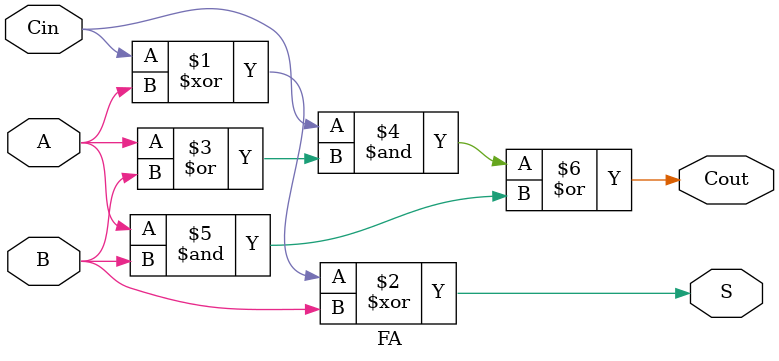
<source format=v>
`timescale 1ns / 1ps
module FA(
	input Cin,
	input A,
	input B,
	output S,
	output Cout
    );
	assign
		S = (Cin ^ A) ^ B,
		Cout = (Cin & (A | B)) | (A & B);

endmodule

</source>
